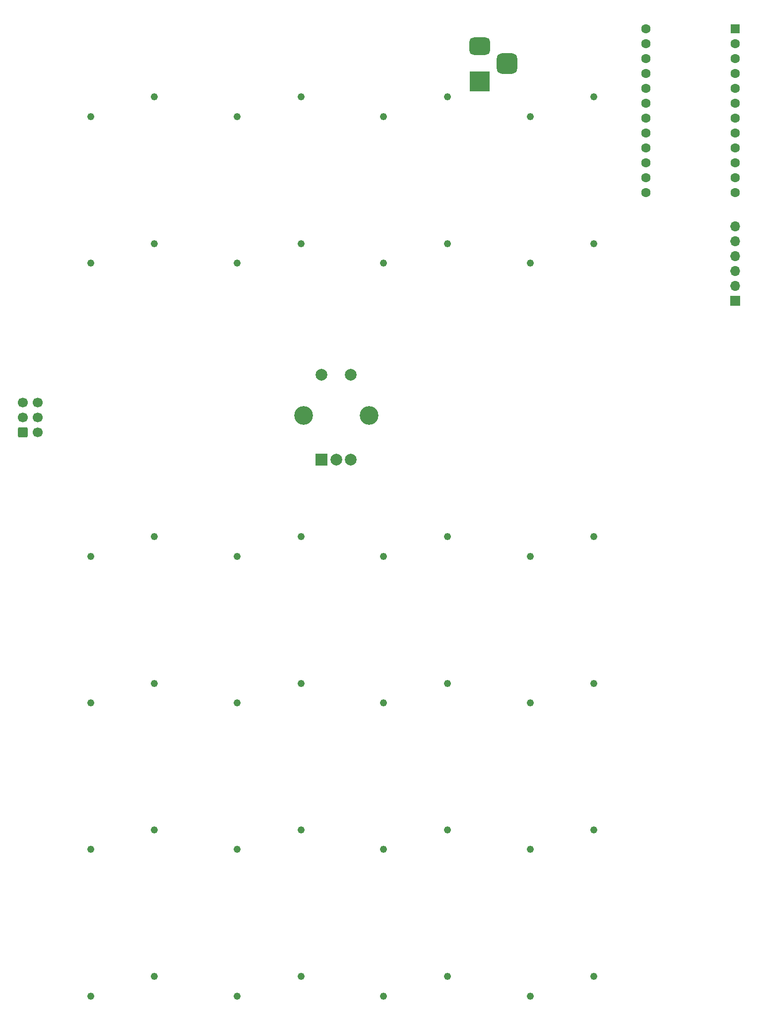
<source format=gbr>
%TF.GenerationSoftware,KiCad,Pcbnew,(6.0.9-0)*%
%TF.CreationDate,2023-10-23T19:11:04-03:00*%
%TF.ProjectId,Faduino-1,46616475-696e-46f2-9d31-2e6b69636164,3*%
%TF.SameCoordinates,Original*%
%TF.FileFunction,Soldermask,Bot*%
%TF.FilePolarity,Negative*%
%FSLAX46Y46*%
G04 Gerber Fmt 4.6, Leading zero omitted, Abs format (unit mm)*
G04 Created by KiCad (PCBNEW (6.0.9-0)) date 2023-10-23 19:11:04*
%MOMM*%
%LPD*%
G01*
G04 APERTURE LIST*
G04 Aperture macros list*
%AMRoundRect*
0 Rectangle with rounded corners*
0 $1 Rounding radius*
0 $2 $3 $4 $5 $6 $7 $8 $9 X,Y pos of 4 corners*
0 Add a 4 corners polygon primitive as box body*
4,1,4,$2,$3,$4,$5,$6,$7,$8,$9,$2,$3,0*
0 Add four circle primitives for the rounded corners*
1,1,$1+$1,$2,$3*
1,1,$1+$1,$4,$5*
1,1,$1+$1,$6,$7*
1,1,$1+$1,$8,$9*
0 Add four rect primitives between the rounded corners*
20,1,$1+$1,$2,$3,$4,$5,0*
20,1,$1+$1,$4,$5,$6,$7,0*
20,1,$1+$1,$6,$7,$8,$9,0*
20,1,$1+$1,$8,$9,$2,$3,0*%
G04 Aperture macros list end*
%ADD10R,2.000000X2.000000*%
%ADD11C,2.000000*%
%ADD12C,3.200000*%
%ADD13C,1.219200*%
%ADD14R,1.700000X1.700000*%
%ADD15O,1.700000X1.700000*%
%ADD16R,3.500000X3.500000*%
%ADD17RoundRect,0.750000X-1.000000X0.750000X-1.000000X-0.750000X1.000000X-0.750000X1.000000X0.750000X0*%
%ADD18RoundRect,0.875000X-0.875000X0.875000X-0.875000X-0.875000X0.875000X-0.875000X0.875000X0.875000X0*%
%ADD19R,1.600000X1.600000*%
%ADD20C,1.600000*%
%ADD21RoundRect,0.250000X-0.600000X-0.600000X0.600000X-0.600000X0.600000X0.600000X-0.600000X0.600000X0*%
%ADD22C,1.700000*%
G04 APERTURE END LIST*
D10*
%TO.C,Encoder1*%
X110050000Y-107530000D03*
D11*
X115050000Y-107530000D03*
X112550000Y-107530000D03*
D12*
X118150000Y-100030000D03*
X106950000Y-100030000D03*
D11*
X115050000Y-93030000D03*
X110050000Y-93030000D03*
%TD*%
D13*
%TO.C,SW1*%
X70625740Y-49021540D03*
X81520000Y-45670000D03*
%TD*%
%TO.C,SW2*%
X95625740Y-49021540D03*
X106520000Y-45670000D03*
%TD*%
%TO.C,SW3*%
X120625740Y-49021540D03*
X131520000Y-45670000D03*
%TD*%
%TO.C,SW4*%
X145625740Y-49021540D03*
X156520000Y-45670000D03*
%TD*%
%TO.C,SW5*%
X70625740Y-74021540D03*
X81520000Y-70670000D03*
%TD*%
%TO.C,SW6*%
X95625740Y-74021540D03*
X106520000Y-70670000D03*
%TD*%
%TO.C,SW7*%
X120625740Y-74021540D03*
X131520000Y-70670000D03*
%TD*%
%TO.C,SW8*%
X145625740Y-74021540D03*
X156520000Y-70670000D03*
%TD*%
%TO.C,SW9*%
X145625740Y-174021540D03*
X156520000Y-170670000D03*
%TD*%
%TO.C,SW10*%
X145625740Y-199021540D03*
X156520000Y-195670000D03*
%TD*%
%TO.C,SW11*%
X70625740Y-124021540D03*
X81520000Y-120670000D03*
%TD*%
%TO.C,SW12*%
X95625740Y-124021540D03*
X106520000Y-120670000D03*
%TD*%
%TO.C,SW13*%
X120625740Y-124021540D03*
X131520000Y-120670000D03*
%TD*%
%TO.C,SW14*%
X145625740Y-124021540D03*
X156520000Y-120670000D03*
%TD*%
%TO.C,SW15*%
X70625740Y-149021540D03*
X81520000Y-145670000D03*
%TD*%
%TO.C,SW16*%
X95625740Y-149021540D03*
X106520000Y-145670000D03*
%TD*%
%TO.C,SW17*%
X120625740Y-149021540D03*
X131520000Y-145670000D03*
%TD*%
%TO.C,SW18*%
X145625740Y-149021540D03*
X156520000Y-145670000D03*
%TD*%
%TO.C,SW19*%
X70625740Y-174021540D03*
X81520000Y-170670000D03*
%TD*%
%TO.C,SW20*%
X95625740Y-174021540D03*
X106520000Y-170670000D03*
%TD*%
%TO.C,SW21*%
X120625740Y-174021540D03*
X131520000Y-170670000D03*
%TD*%
%TO.C,SW22*%
X70625740Y-199021540D03*
X81520000Y-195670000D03*
%TD*%
%TO.C,SW23*%
X95625740Y-199021540D03*
X106520000Y-195670000D03*
%TD*%
%TO.C,SW24*%
X120625740Y-199021540D03*
X131520000Y-195670000D03*
%TD*%
D14*
%TO.C,Extra_pins1*%
X180590000Y-80410000D03*
D15*
X180590000Y-77870000D03*
X180590000Y-75330000D03*
X180590000Y-72790000D03*
X180590000Y-70250000D03*
X180590000Y-67710000D03*
%TD*%
D16*
%TO.C,Power_jack1*%
X137000000Y-43000000D03*
D17*
X137000000Y-37000000D03*
D18*
X141700000Y-40000000D03*
%TD*%
D19*
%TO.C,U1*%
X180620000Y-34030000D03*
D20*
X180620000Y-36570000D03*
X180620000Y-39110000D03*
X180620000Y-41650000D03*
X180620000Y-44190000D03*
X180620000Y-46730000D03*
X180620000Y-49270000D03*
X180620000Y-51810000D03*
X180620000Y-54350000D03*
X180620000Y-56890000D03*
X180620000Y-59430000D03*
X180620000Y-61970000D03*
X165380000Y-61970000D03*
X165380000Y-59430000D03*
X165380000Y-56890000D03*
X165380000Y-54350000D03*
X165380000Y-51810000D03*
X165380000Y-49270000D03*
X165380000Y-46730000D03*
X165380000Y-44190000D03*
X165380000Y-41650000D03*
X165380000Y-39110000D03*
X165380000Y-36570000D03*
X165380000Y-34030000D03*
%TD*%
D21*
%TO.C,IDC_Conn*%
X59080000Y-102890000D03*
D22*
X61620000Y-102890000D03*
X59080000Y-100350000D03*
X61620000Y-100350000D03*
X59080000Y-97810000D03*
X61620000Y-97810000D03*
%TD*%
M02*

</source>
